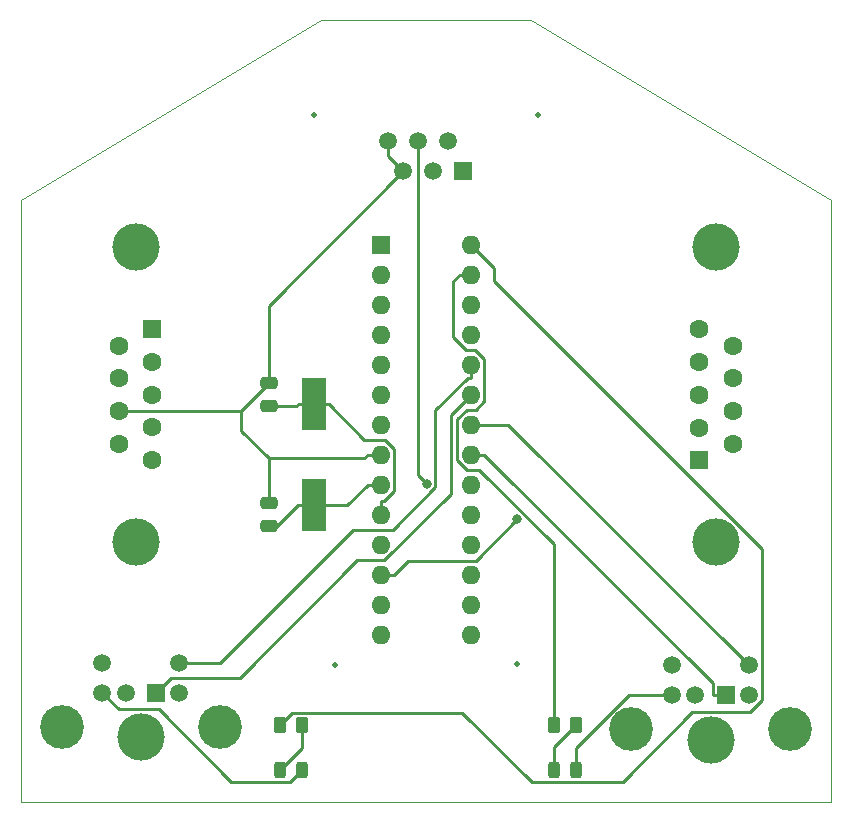
<source format=gbr>
%TF.GenerationSoftware,KiCad,Pcbnew,(6.0.4)*%
%TF.CreationDate,2022-06-08T19:20:38+01:00*%
%TF.ProjectId,Eiffel - Rev B,45696666-656c-4202-9d20-52657620422e,rev?*%
%TF.SameCoordinates,Original*%
%TF.FileFunction,Copper,L1,Top*%
%TF.FilePolarity,Positive*%
%FSLAX46Y46*%
G04 Gerber Fmt 4.6, Leading zero omitted, Abs format (unit mm)*
G04 Created by KiCad (PCBNEW (6.0.4)) date 2022-06-08 19:20:38*
%MOMM*%
%LPD*%
G01*
G04 APERTURE LIST*
G04 Aperture macros list*
%AMRoundRect*
0 Rectangle with rounded corners*
0 $1 Rounding radius*
0 $2 $3 $4 $5 $6 $7 $8 $9 X,Y pos of 4 corners*
0 Add a 4 corners polygon primitive as box body*
4,1,4,$2,$3,$4,$5,$6,$7,$8,$9,$2,$3,0*
0 Add four circle primitives for the rounded corners*
1,1,$1+$1,$2,$3*
1,1,$1+$1,$4,$5*
1,1,$1+$1,$6,$7*
1,1,$1+$1,$8,$9*
0 Add four rect primitives between the rounded corners*
20,1,$1+$1,$2,$3,$4,$5,0*
20,1,$1+$1,$4,$5,$6,$7,0*
20,1,$1+$1,$6,$7,$8,$9,0*
20,1,$1+$1,$8,$9,$2,$3,0*%
G04 Aperture macros list end*
%TA.AperFunction,Profile*%
%ADD10C,0.100000*%
%TD*%
%TA.AperFunction,ComponentPad*%
%ADD11R,1.600000X1.600000*%
%TD*%
%TA.AperFunction,ComponentPad*%
%ADD12O,1.600000X1.600000*%
%TD*%
%TA.AperFunction,SMDPad,CuDef*%
%ADD13RoundRect,0.250000X0.475000X-0.250000X0.475000X0.250000X-0.475000X0.250000X-0.475000X-0.250000X0*%
%TD*%
%TA.AperFunction,ComponentPad*%
%ADD14R,1.520000X1.520000*%
%TD*%
%TA.AperFunction,ComponentPad*%
%ADD15C,1.520000*%
%TD*%
%TA.AperFunction,SMDPad,CuDef*%
%ADD16C,0.500000*%
%TD*%
%TA.AperFunction,ComponentPad*%
%ADD17R,1.500000X1.500000*%
%TD*%
%TA.AperFunction,ComponentPad*%
%ADD18C,1.500000*%
%TD*%
%TA.AperFunction,ComponentPad*%
%ADD19C,3.700000*%
%TD*%
%TA.AperFunction,ComponentPad*%
%ADD20C,4.000000*%
%TD*%
%TA.AperFunction,SMDPad,CuDef*%
%ADD21RoundRect,0.250000X-0.262500X-0.450000X0.262500X-0.450000X0.262500X0.450000X-0.262500X0.450000X0*%
%TD*%
%TA.AperFunction,SMDPad,CuDef*%
%ADD22R,2.000000X4.500000*%
%TD*%
%TA.AperFunction,SMDPad,CuDef*%
%ADD23RoundRect,0.243750X-0.243750X-0.456250X0.243750X-0.456250X0.243750X0.456250X-0.243750X0.456250X0*%
%TD*%
%TA.AperFunction,ComponentPad*%
%ADD24C,1.600000*%
%TD*%
%TA.AperFunction,ViaPad*%
%ADD25C,0.800000*%
%TD*%
%TA.AperFunction,Conductor*%
%ADD26C,0.250000*%
%TD*%
G04 APERTURE END LIST*
D10*
X71120000Y-85090000D02*
X96520000Y-69850000D01*
X139700000Y-136070000D02*
X139700000Y-85090000D01*
X71120000Y-85090000D02*
X71120000Y-136070000D01*
X71120000Y-136070000D02*
X138430000Y-136070000D01*
X114300000Y-69850000D02*
X139700000Y-85090000D01*
X138430000Y-136070000D02*
X139700000Y-136070000D01*
X96520000Y-69850000D02*
X114300000Y-69850000D01*
D11*
%TO.P,U1,1,~{MCLR}/Vpp*%
%TO.N,Net-(R3-Pad2)*%
X101610000Y-88885000D03*
D12*
%TO.P,U1,2,AN0/RA0*%
%TO.N,Net-(R14-Pad2)*%
X101610000Y-91425000D03*
%TO.P,U1,3,AN1/RA1*%
%TO.N,Net-(R16-Pad2)*%
X101610000Y-93965000D03*
%TO.P,U1,4,Vref-/AN2/RA2*%
%TO.N,Net-(R18-Pad2)*%
X101610000Y-96505000D03*
%TO.P,U1,5,Vref+/AN3/RA3*%
%TO.N,Net-(R20-Pad2)*%
X101610000Y-99045000D03*
%TO.P,U1,6,T0CKI/RA4*%
%TO.N,Net-(R22-Pad2)*%
X101610000Y-101585000D03*
%TO.P,U1,7,~{SS}/AN4/RA5*%
%TO.N,Net-(R24-Pad2)*%
X101610000Y-104125000D03*
%TO.P,U1,8,VSS*%
%TO.N,GND*%
X101610000Y-106665000D03*
%TO.P,U1,9,OSC1/CLKI*%
%TO.N,Net-(C1-Pad1)*%
X101610000Y-109205000D03*
%TO.P,U1,10,OSC2/CLKO*%
%TO.N,Net-(C2-Pad1)*%
X101610000Y-111745000D03*
%TO.P,U1,11,RC0/T1OSO/T1CKI*%
%TO.N,Net-(R13-Pad1)*%
X101610000Y-114285000D03*
%TO.P,U1,12,RC1/T1OSI/CCP2*%
%TO.N,Net-(R12-Pad1)*%
X101610000Y-116825000D03*
%TO.P,U1,13,RC2/CCP1*%
%TO.N,Net-(R10-Pad1)*%
X101610000Y-119365000D03*
%TO.P,U1,14,RC3/SCK/SCL*%
%TO.N,Net-(R8-Pad2)*%
X101610000Y-121905000D03*
%TO.P,U1,15,RC4/SDI/SDA*%
%TO.N,Net-(R11-Pad1)*%
X109230000Y-121905000D03*
%TO.P,U1,16,RC5/SDO*%
%TO.N,unconnected-(U1-Pad16)*%
X109230000Y-119365000D03*
%TO.P,U1,17,RC6/CK/TX*%
%TO.N,Net-(J4-Pad4)*%
X109230000Y-116825000D03*
%TO.P,U1,18,RC7/DT/RX*%
%TO.N,Net-(J4-Pad3)*%
X109230000Y-114285000D03*
%TO.P,U1,19,VSS*%
%TO.N,GND*%
X109230000Y-111745000D03*
%TO.P,U1,20,VDD*%
%TO.N,Net-(C3-Pad1)*%
X109230000Y-109205000D03*
%TO.P,U1,21,INT/RB0*%
%TO.N,Net-(J1-Pad1)*%
X109230000Y-106665000D03*
%TO.P,U1,22,RB1*%
%TO.N,Net-(J1-Pad5)*%
X109230000Y-104125000D03*
%TO.P,U1,23,RB2*%
%TO.N,Net-(J2-Pad1)*%
X109230000Y-101585000D03*
%TO.P,U1,24,PGM/RB3*%
%TO.N,Net-(J2-Pad5)*%
X109230000Y-99045000D03*
%TO.P,U1,25,RB4*%
%TO.N,unconnected-(U1-Pad25)*%
X109230000Y-96505000D03*
%TO.P,U1,26,RB5*%
%TO.N,unconnected-(U1-Pad26)*%
X109230000Y-93965000D03*
%TO.P,U1,27,PGC/RB6*%
%TO.N,Net-(R2-Pad1)*%
X109230000Y-91425000D03*
%TO.P,U1,28,PGD/RB7*%
%TO.N,Net-(R1-Pad1)*%
X109230000Y-88885000D03*
%TD*%
D13*
%TO.P,C1,1*%
%TO.N,Net-(C1-Pad1)*%
X92110000Y-112710000D03*
%TO.P,C1,2*%
%TO.N,GND*%
X92110000Y-110810000D03*
%TD*%
D14*
%TO.P,ATARI MEGA/TT,1*%
%TO.N,Net-(C3-Pad1)*%
X108580000Y-82700000D03*
D15*
%TO.P,ATARI MEGA/TT,2*%
X107310000Y-80160000D03*
%TO.P,ATARI MEGA/TT,3*%
%TO.N,Net-(J4-Pad3)*%
X106040000Y-82700000D03*
%TO.P,ATARI MEGA/TT,4*%
%TO.N,Net-(J4-Pad4)*%
X104770000Y-80160000D03*
%TO.P,ATARI MEGA/TT,5*%
%TO.N,GND*%
X103500000Y-82700000D03*
%TO.P,ATARI MEGA/TT,6*%
X102230000Y-80160000D03*
%TD*%
D16*
%TO.P,REF\u002A\u002A,*%
%TO.N,*%
X95968239Y-77883119D03*
X95968239Y-77883119D03*
%TD*%
D17*
%TO.P,MSE,1*%
%TO.N,Net-(J2-Pad1)*%
X82580000Y-126820000D03*
D18*
%TO.P,MSE,2*%
%TO.N,unconnected-(J2-Pad2)*%
X79980000Y-126820000D03*
%TO.P,MSE,3*%
%TO.N,GND*%
X84530000Y-126820000D03*
%TO.P,MSE,4*%
%TO.N,Net-(C3-Pad1)*%
X78030000Y-126820000D03*
%TO.P,MSE,5*%
%TO.N,Net-(J2-Pad5)*%
X84530000Y-124320000D03*
%TO.P,MSE,6*%
%TO.N,unconnected-(J2-Pad6)*%
X78030000Y-124320000D03*
D19*
%TO.P,MSE,MH1*%
%TO.N,N/C*%
X87980000Y-129720000D03*
D20*
%TO.P,MSE,MH2*%
X81280000Y-130620000D03*
D19*
%TO.P,MSE,MH3*%
X74580000Y-129720000D03*
%TD*%
D16*
%TO.P,REF\u002A\u002A,*%
%TO.N,*%
X114900000Y-77900000D03*
%TD*%
D21*
%TO.P,R2,1*%
%TO.N,Net-(R2-Pad1)*%
X116260000Y-129540000D03*
%TO.P,R2,2*%
%TO.N,Net-(D2-Pad1)*%
X118085000Y-129540000D03*
%TD*%
D16*
%TO.P,REF\u002A\u002A,*%
%TO.N,*%
X113100000Y-124400000D03*
X113100000Y-124400000D03*
%TD*%
D22*
%TO.P,Y1,1,1*%
%TO.N,Net-(C1-Pad1)*%
X95920000Y-110930000D03*
%TO.P,Y1,2,2*%
%TO.N,Net-(C2-Pad1)*%
X95920000Y-102430000D03*
%TD*%
D23*
%TO.P,D1,1,K*%
%TO.N,Net-(D1-Pad1)*%
X93042500Y-133350000D03*
%TO.P,D1,2,A*%
%TO.N,Net-(C3-Pad1)*%
X94917500Y-133350000D03*
%TD*%
D20*
%TO.P,Joystick,0*%
%TO.N,N/C*%
X80840300Y-89090000D03*
X80840300Y-114090000D03*
D11*
%TO.P,Joystick,1,1*%
%TO.N,Net-(J5-Pad1)*%
X82260300Y-96050000D03*
D24*
%TO.P,Joystick,2,2*%
%TO.N,Net-(J5-Pad2)*%
X82260300Y-98820000D03*
%TO.P,Joystick,3,3*%
%TO.N,Net-(J5-Pad3)*%
X82260300Y-101590000D03*
%TO.P,Joystick,4,4*%
%TO.N,Net-(J5-Pad4)*%
X82260300Y-104360000D03*
%TO.P,Joystick,5,5*%
%TO.N,unconnected-(J5-Pad5)*%
X82260300Y-107130000D03*
%TO.P,Joystick,6,6*%
%TO.N,Net-(J5-Pad6)*%
X79420300Y-97435000D03*
%TO.P,Joystick,7,7*%
%TO.N,Net-(C3-Pad1)*%
X79420300Y-100205000D03*
%TO.P,Joystick,8,8*%
%TO.N,GND*%
X79420300Y-102975000D03*
%TO.P,Joystick,9,9*%
%TO.N,unconnected-(J5-Pad9)*%
X79420300Y-105745000D03*
%TD*%
D23*
%TO.P,D2,1,K*%
%TO.N,Net-(D2-Pad1)*%
X116235000Y-133350000D03*
%TO.P,D2,2,A*%
%TO.N,Net-(C3-Pad1)*%
X118110000Y-133350000D03*
%TD*%
D21*
%TO.P,R1,1*%
%TO.N,Net-(R1-Pad1)*%
X93067500Y-129540000D03*
%TO.P,R1,2*%
%TO.N,Net-(D1-Pad1)*%
X94892500Y-129540000D03*
%TD*%
D13*
%TO.P,C2,1*%
%TO.N,Net-(C2-Pad1)*%
X92110000Y-102550000D03*
%TO.P,C2,2*%
%TO.N,GND*%
X92110000Y-100650000D03*
%TD*%
D16*
%TO.P,REF\u002A\u002A,*%
%TO.N,*%
X97750000Y-124450000D03*
X97750000Y-124450000D03*
%TD*%
D17*
%TO.P,KEY,1*%
%TO.N,Net-(J1-Pad1)*%
X130810000Y-127000000D03*
D18*
%TO.P,KEY,2*%
%TO.N,unconnected-(J1-Pad2)*%
X128210000Y-127000000D03*
%TO.P,KEY,3*%
%TO.N,GND*%
X132760000Y-127000000D03*
%TO.P,KEY,4*%
%TO.N,Net-(C3-Pad1)*%
X126260000Y-127000000D03*
%TO.P,KEY,5*%
%TO.N,Net-(J1-Pad5)*%
X132760000Y-124500000D03*
%TO.P,KEY,6*%
%TO.N,unconnected-(J1-Pad6)*%
X126260000Y-124500000D03*
D19*
%TO.P,KEY,MH1*%
%TO.N,N/C*%
X136210000Y-129900000D03*
D20*
%TO.P,KEY,MH2*%
X129510000Y-130800000D03*
D19*
%TO.P,KEY,MH3*%
X122810000Y-129900000D03*
%TD*%
D20*
%TO.P,Joystick,0*%
%TO.N,N/C*%
X129979700Y-89110000D03*
X129979700Y-114110000D03*
D11*
%TO.P,Joystick,1,1*%
%TO.N,Net-(J3-Pad1)*%
X128559700Y-107150000D03*
D24*
%TO.P,Joystick,2,2*%
%TO.N,Net-(J3-Pad2)*%
X128559700Y-104380000D03*
%TO.P,Joystick,3,3*%
%TO.N,Net-(J3-Pad3)*%
X128559700Y-101610000D03*
%TO.P,Joystick,4,4*%
%TO.N,Net-(J3-Pad4)*%
X128559700Y-98840000D03*
%TO.P,Joystick,5,5*%
%TO.N,unconnected-(J3-Pad5)*%
X128559700Y-96070000D03*
%TO.P,Joystick,6,6*%
%TO.N,Net-(J3-Pad6)*%
X131399700Y-105765000D03*
%TO.P,Joystick,7,7*%
%TO.N,Net-(C3-Pad1)*%
X131399700Y-102995000D03*
%TO.P,Joystick,8,8*%
%TO.N,GND*%
X131399700Y-100225000D03*
%TO.P,Joystick,9,9*%
%TO.N,unconnected-(J3-Pad9)*%
X131399700Y-97455000D03*
%TD*%
D25*
%TO.N,Net-(J4-Pad4)*%
X105470200Y-109123800D03*
%TO.N,Net-(R12-Pad1)*%
X113149200Y-112165300D03*
%TD*%
D26*
%TO.N,Net-(C1-Pad1)*%
X92814700Y-112710000D02*
X92110000Y-112710000D01*
X95920000Y-110930000D02*
X98759700Y-110930000D01*
X95920000Y-110930000D02*
X94594700Y-110930000D01*
X101610000Y-109205000D02*
X100484700Y-109205000D01*
X98759700Y-110930000D02*
X100484700Y-109205000D01*
X94594700Y-110930000D02*
X92814700Y-112710000D01*
%TO.N,GND*%
X79420300Y-102975000D02*
X89785000Y-102975000D01*
X89785000Y-102975000D02*
X92110000Y-100650000D01*
X89785000Y-104637500D02*
X92110000Y-106962500D01*
X103500000Y-82700000D02*
X102230000Y-81430000D01*
X92110000Y-106962500D02*
X100187200Y-106962500D01*
X92110000Y-110810000D02*
X92110000Y-106962500D01*
X102230000Y-81430000D02*
X102230000Y-80160000D01*
X100187200Y-106962500D02*
X100484700Y-106665000D01*
X89785000Y-102975000D02*
X89785000Y-104637500D01*
X101610000Y-106665000D02*
X100484700Y-106665000D01*
X92110000Y-94090000D02*
X103500000Y-82700000D01*
X92110000Y-100650000D02*
X92110000Y-94090000D01*
%TO.N,Net-(C2-Pad1)*%
X92110000Y-102550000D02*
X94474700Y-102550000D01*
X95920000Y-102430000D02*
X97245300Y-102430000D01*
X101891400Y-110619700D02*
X101610000Y-110619700D01*
X102735300Y-109775800D02*
X101891400Y-110619700D01*
X100210300Y-105395000D02*
X101964000Y-105395000D01*
X94474700Y-102550000D02*
X94594700Y-102430000D01*
X102735300Y-106166300D02*
X102735300Y-109775800D01*
X95920000Y-102430000D02*
X94594700Y-102430000D01*
X101610000Y-111745000D02*
X101610000Y-110619700D01*
X97245300Y-102430000D02*
X100210300Y-105395000D01*
X101964000Y-105395000D02*
X102735300Y-106166300D01*
%TO.N,Net-(C3-Pad1)*%
X78030000Y-126820000D02*
X79456700Y-128246700D01*
X122608300Y-127000000D02*
X118110000Y-131498300D01*
X93889600Y-134377900D02*
X94917500Y-133350000D01*
X82779800Y-128246700D02*
X88911000Y-134377900D01*
X126260000Y-127000000D02*
X122608300Y-127000000D01*
X79456700Y-128246700D02*
X82779800Y-128246700D01*
X118110000Y-131498300D02*
X118110000Y-133350000D01*
X88911000Y-134377900D02*
X93889600Y-134377900D01*
%TO.N,Net-(D1-Pad1)*%
X94892500Y-131500000D02*
X93042500Y-133350000D01*
X94892500Y-129540000D02*
X94892500Y-131500000D01*
%TO.N,Net-(D2-Pad1)*%
X116235000Y-131390000D02*
X118085000Y-129540000D01*
X116235000Y-133350000D02*
X116235000Y-131390000D01*
%TO.N,Net-(J1-Pad1)*%
X130810000Y-127000000D02*
X129734700Y-127000000D01*
X129734700Y-127000000D02*
X129734700Y-126044400D01*
X129734700Y-126044400D02*
X110355300Y-106665000D01*
X109230000Y-106665000D02*
X110355300Y-106665000D01*
%TO.N,Net-(J1-Pad5)*%
X112385000Y-104125000D02*
X109230000Y-104125000D01*
X132760000Y-124500000D02*
X112385000Y-104125000D01*
%TO.N,Net-(J2-Pad1)*%
X101894000Y-115628900D02*
X107507100Y-110015800D01*
X89662600Y-125570000D02*
X99603700Y-115628900D01*
X107507100Y-110015800D02*
X107507100Y-103307900D01*
X82580000Y-126820000D02*
X83830000Y-125570000D01*
X99603700Y-115628900D02*
X101894000Y-115628900D01*
X107507100Y-103307900D02*
X109230000Y-101585000D01*
X83830000Y-125570000D02*
X89662600Y-125570000D01*
%TO.N,Net-(J2-Pad5)*%
X108948700Y-100170300D02*
X109230000Y-100170300D01*
X109230000Y-99045000D02*
X109230000Y-100170300D01*
X102604800Y-113015000D02*
X106195500Y-109424300D01*
X99260100Y-113015000D02*
X102604800Y-113015000D01*
X87955100Y-124320000D02*
X99260100Y-113015000D01*
X106195500Y-109424300D02*
X106195500Y-102923500D01*
X84530000Y-124320000D02*
X87955100Y-124320000D01*
X106195500Y-102923500D02*
X108948700Y-100170300D01*
%TO.N,Net-(J4-Pad4)*%
X104770000Y-80160000D02*
X104770000Y-108423600D01*
X104770000Y-108423600D02*
X105470200Y-109123800D01*
%TO.N,Net-(R1-Pad1)*%
X109230000Y-88885000D02*
X111201300Y-90856300D01*
X122058300Y-134378800D02*
X127971600Y-128465500D01*
X94097600Y-128509900D02*
X108509600Y-128509900D01*
X111201300Y-90856300D02*
X111201300Y-91998700D01*
X133894800Y-114692200D02*
X111201300Y-91998700D01*
X114378500Y-134378800D02*
X122058300Y-134378800D01*
X93067500Y-129540000D02*
X94097600Y-128509900D01*
X133894800Y-127435600D02*
X133894800Y-114692200D01*
X108509600Y-128509900D02*
X114378500Y-134378800D01*
X132864900Y-128465500D02*
X133894800Y-127435600D01*
X127971600Y-128465500D02*
X132864900Y-128465500D01*
%TO.N,Net-(R2-Pad1)*%
X116260000Y-114250300D02*
X116260000Y-129540000D01*
X107700000Y-96700000D02*
X108775000Y-97775000D01*
X110356400Y-98565000D02*
X110356400Y-102129700D01*
X108906800Y-102855000D02*
X108063800Y-103698000D01*
X107700000Y-92000000D02*
X107700000Y-96700000D01*
X108275000Y-91425000D02*
X107700000Y-92000000D01*
X109230000Y-91425000D02*
X108275000Y-91425000D01*
X110356400Y-102129700D02*
X109631100Y-102855000D01*
X109566400Y-97775000D02*
X110356400Y-98565000D01*
X109944700Y-107935000D02*
X116260000Y-114250300D01*
X108775000Y-97775000D02*
X109566400Y-97775000D01*
X108063800Y-107133700D02*
X108865100Y-107935000D01*
X109631100Y-102855000D02*
X108906800Y-102855000D01*
X108865100Y-107935000D02*
X109944700Y-107935000D01*
X108063800Y-103698000D02*
X108063800Y-107133700D01*
%TO.N,Net-(R12-Pad1)*%
X113149200Y-112165300D02*
X109614800Y-115699700D01*
X103860600Y-115699700D02*
X102735300Y-116825000D01*
X109614800Y-115699700D02*
X103860600Y-115699700D01*
X101610000Y-116825000D02*
X102735300Y-116825000D01*
%TD*%
M02*

</source>
